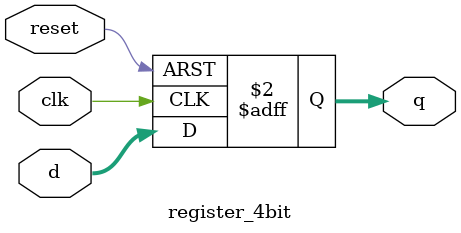
<source format=v>
module d_flip_flop_4bit (
  input clk,
  input [3:0] d,
  output reg [3:0] q
);

  always @(posedge clk) begin
    q <= d;
  end

endmodule


module register_4bit (
  input clk,
  input [3:0] d,
  input reset,
  output reg [3:0] q
);

  always @(posedge clk or posedge reset) begin
    if (reset) begin
      q <= 4'b0;
    end else begin
      q <= d;
    end
  end

endmodule

</source>
